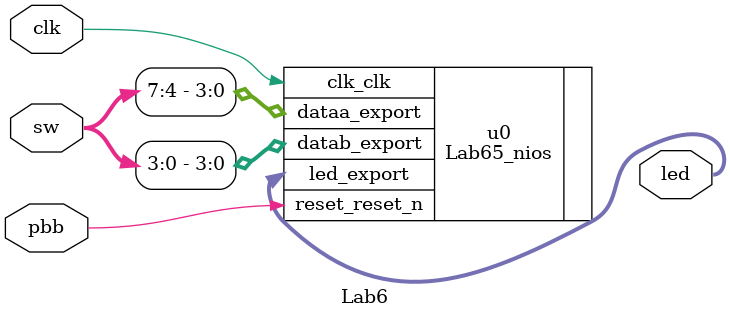
<source format=sv>
module Lab6 (
  input  bit       clk,
  input  bit       pbb,
  input  bit [7:0] sw,
  output bit [7:0] led
);

  Lab65_nios u0 (
    .clk_clk      (clk),      //   clk.clk
    .led_export   (led),      //   led.export
    .reset_reset_n(pbb),      // reset.reset_n
    .dataa_export (sw[7:4]),  // dataa.export
    .datab_export (sw[3:0])   // datab.export
  );

endmodule

</source>
